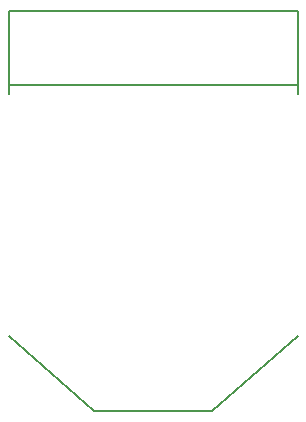
<source format=gbr>
G04 DipTrace 2.4.0.2*
%INBottomAssy.gbr*%
%MOMM*%
%ADD16C,0.203*%
%FSLAX53Y53*%
G04*
G71*
G90*
G75*
G01*
%LNBotAssy*%
%LPD*%
X16515Y120D2*
D16*
X26516D1*
X9265Y6471D2*
X16515Y120D1*
X33765Y6471D2*
X26516Y120D1*
X9265Y26970D2*
Y27722D1*
X33765Y26970D2*
Y27722D1*
X9265D2*
X33765D1*
Y33970D1*
X9265Y27722D2*
Y33970D1*
X33765D1*
M02*

</source>
